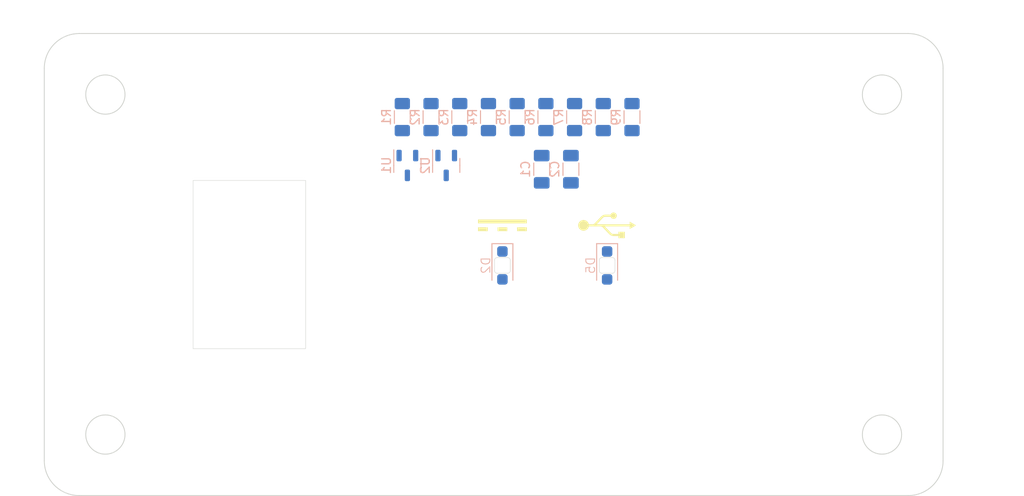
<source format=kicad_pcb>
(kicad_pcb (version 20221018) (generator pcbnew)
  (title_block (title "Front Plate PCB") (date "2023-05-15") (rev "1") (company "Author: Jona Heinke"))
  (layers (0 "F.Cu" signal) (31 "B.Cu" signal) (34 "B.Paste" user) (35 "F.Paste" user) (36 "B.SilkS" user "B.Silkscreen") (37 "F.SilkS" user "F.Silkscreen") (38 "B.Mask" user) (39 "F.Mask" user) (44 "Edge.Cuts" user))
  (net 0 "")
  (net 1 "/V_{high}")
  (net 2 "GND")
  (net 3 "/V_{low}")
  (net 4 "Net-(Q1-B)")
  (net 6 "Net-(Q1-C)")
  (net 9 "Net-(D2-K)")
  (net 10 "+25V")
  (net 11 "Net-(D5-K)")
  (net 12 "Net-(D1-RK)")
  (net 13 "Net-(U2-K)")
  (net 14 "Net-(D1-GK)")
  (footprint "library:Switch_E-Switch_PB-1973_Cutout" (layer "F.Cu") (at 73.5 56.5 90)
    (fp_text reference "SW1" hide)
    (fp_text value "SW_SPST")
    (fp_rect (start -9.65 -6.45) (end 9.65 6.45) (stroke (width 0.05)) (fill none) (layer "Edge.Cuts"))
  )
  (footprint "library:USB-logo" (layer "F.Cu") (at 114.5 52)
    (fp_text reference "G***" hide)
    (fp_text value "LOGO" hide)
    (fp_poly (pts (xy 0.757753 -1.47214) (xy 0.780344 -1.470923) (xy 0.799997 -1.468721) (xy 0.806653 -1.467566) (xy 0.85059 -1.456208) (xy 0.892119 -1.440089) (xy 0.930944 -1.419467) (xy 0.96677 -1.394605) (xy 0.999299 -1.365763) (xy 1.028234 -1.333202) (xy 1.05328 -1.297183) (xy 1.074139 -1.257967) (xy 1.089613 -1.218578) (xy 1.100697 -1.176511) (xy 1.106618 -1.133481) (xy 1.107442 -1.090074) (xy 1.103237 -1.046877) (xy 1.094067 -1.004479) (xy 1.079999 -0.963466) (xy 1.0611 -0.924425) (xy 1.055398 -0.914663) (xy 1.029813 -0.877378) (xy 1.00077 -0.844313) (xy 0.968127 -0.815337) (xy 0.931743 -0.790321) (xy 0.901101 -0.773682) (xy 0.859572 -0.756185) (xy 0.817613 -0.744075) (xy 0.774876 -0.73727) (xy 0.73966 -0.735591) (xy 0.695852 -0.738265) (xy 0.653111 -0.746121) (xy 0.61185 -0.758916) (xy 0.572481 -0.776401) (xy 0.535417 -0.79833) (xy 0.501069 -0.824459) (xy 0.46985 -0.85454) (xy 0.442172 -0.888328) (xy 0.418448 -0.925575) (xy 0.41696 -0.928279) (xy 0.410625 -0.940469) (xy 0.40453 -0.953139) (xy 0.399786 -0.96396) (xy 0.398974 -0.966016) (xy 0.392934 -0.981823) (xy 0.061797 -0.980968) (xy 0.012347 -0.980839) (xy -0.03194 -0.980717) (xy -0.071371 -0.980598) (xy -0.106251 -0.980474) (xy -0.136887 -0.98034) (xy -0.163584 -0.980191) (xy -0.186649 -0.98002) (xy -0.206387 -0.979822) (xy -0.223106 -0.97959) (xy -0.23711 -0.97932) (xy -0.248706 -0.979004) (xy -0.2582 -0.978638) (xy -0.265899 -0.978215) (xy -0.272107 -0.97773) (xy -0.277132 -0.977176) (xy -0.281279 -0.976549) (xy -0.284855 -0.975842) (xy -0.288165 -0.975049) (xy -0.291215 -0.974245) (xy -0.331084 -0.961737) (xy -0.36848 -0.946385) (xy -0.402704 -0.928553) (xy -0.433059 -0.908607) (xy -0.458846 -0.886914) (xy -0.459824 -0.885964) (xy -0.463602 -0.882122) (xy -0.470933 -0.874514) (xy -0.481617 -0.863351) (xy -0.495454 -0.848845) (xy -0.512243 -0.831207) (xy -0.531784 -0.810647) (xy -0.553876 -0.787378) (xy -0.57832 -0.761611) (xy -0.604914 -0.733557) (xy -0.633459 -0.703426) (xy -0.663753 -0.671432) (xy -0.695598 -0.637783) (xy -0.728791 -0.602693) (xy -0.763134 -0.566372) (xy -0.798425 -0.529031) (xy -0.817726 -0.508602) (xy -0.853377 -0.470865) (xy -0.888144 -0.434069) (xy -0.921829 -0.39842) (xy -0.954235 -0.364129) (xy -0.985165 -0.331403) (xy -1.014422 -0.300451) (xy -1.041809 -0.271482) (xy -1.067127 -0.244704) (xy -1.090181 -0.220325) (xy -1.110773 -0.198555) (xy -1.128706 -0.179602) (xy -1.143782 -0.163675) (xy -1.155805 -0.150981) (xy -1.164577 -0.14173) (xy -1.1699 -0.13613) (xy -1.171298 -0.13467) (xy -1.185183 -0.120315) (xy 0.699421 -0.120315) (xy 2.584024 -0.120315) (xy 2.584024 -0.271998) (xy 2.584024 -0.423681) (xy 2.616154 -0.405066) (xy 2.627632 -0.398422) (xy 2.642759 -0.389675) (xy 2.660443 -0.379455) (xy 2.679595 -0.368392) (xy 2.699125 -0.357115) (xy 2.712542 -0.349371) (xy 2.725665 -0.341797) (xy 2.74297 -0.331807) (xy 2.763904 -0.319721) (xy 2.787913 -0.305858) (xy 2.814444 -0.290538) (xy 2.842942 -0.27408) (xy 2.872856 -0.256804) (xy 2.903631 -0.23903) (xy 2.934714 -0.221078) (xy 2.95864 -0.207258) (xy 2.990476 -0.188869) (xy 3.023106 -0.170022) (xy 3.055889 -0.151088) (xy 3.088182 -0.132437) (xy 3.119342 -0.114441) (xy 3.148728 -0.09747) (xy 3.175696 -0.081896) (xy 3.199604 -0.06809) (xy 3.219811 -0.056422) (xy 3.230027 -0.050523) (xy 3.25397 -0.036642) (xy 3.273469 -0.025195) (xy 3.288861 -0.015969) (xy 3.300486 -0.008747) (xy 3.308682 -0.003313) (xy 3.313788 0.000549) (xy 3.316143 0.003053) (xy 3.316162 0.004352) (xy 3.313267 0.006223) (xy 3.306026 0.010587) (xy 3.294835 0.017214) (xy 3.280089 0.025872) (xy 3.262183 0.03633) (xy 3.241515 0.048357) (xy 3.218479 0.061724) (xy 3.193471 0.076198) (xy 3.166887 0.091548) (xy 3.151416 0.100466) (xy 3.119555 0.118825) (xy 3.085504 0.13845) (xy 3.050161 0.158827) (xy 3.014419 0.179437) (xy 2.979175 0.199766) (xy 2.945325 0.219295) (xy 2.913763 0.23751) (xy 2.885385 0.253892) (xy 2.867037 0.264489) (xy 2.839861 0.280187) (xy 2.811285 0.296694) (xy 2.782217 0.313484) (xy 2.753564 0.330034) (xy 2.726235 0.345818) (xy 2.701138 0.360313) (xy 2.679181 0.372994) (xy 2.665197 0.38107) (xy 2.64636 0.391928) (xy 2.629067 0.401857) (xy 2.613877 0.410541) (xy 2.60135 0.417659) (xy 2.592047 0.422894) (xy 2.586527 0.425927) (xy 2.585216 0.426569) (xy 2.584993 0.423916) (xy 2.584784 0.416289) (xy 2.584592 0.40418) (xy 2.584422 0.388082) (xy 2.584277 0.368489) (xy 2.584161 0.345895) (xy 2.584078 0.320794) (xy 2.584033 0.293677) (xy 2.584024 0.27609) (xy 2.583999 0.242144) (xy 2.583918 0.213313) (xy 2.583774 0.189243) (xy 2.583558 0.169579) (xy 2.583263 0.153969) (xy 2.582879 0.142058) (xy 2.582401 0.133491) (xy 2.581819 0.127917) (xy 2.581125 0.124979) (xy 2.580606 0.124314) (xy 2.577686 0.124235) (xy 2.569458 0.12416) (xy 2.556083 0.124089) (xy 2.537723 0.124022) (xy 2.514538 0.123959) (xy 2.486691 0.1239) (xy 2.454341 0.123845) (xy 2.417651 0.123795) (xy 2.376782 0.123749) (xy 2.331894 0.123707) (xy 2.283148 0.12367) (xy 2.230707 0.123638) (xy 2.17473 0.12361) (xy 2.11538 0.123586) (xy 2.052817 0.123568) (xy 1.987203 0.123554) (xy 1.918698 0.123545) (xy 1.847464 0.123541) (xy 1.773662 0.123542) (xy 1.697453 0.123549) (xy 1.618999 0.12356) (xy 1.538459 0.123577) (xy 1.455997 0.123598) (xy 1.371772 0.123626) (xy 1.285946 0.123658) (xy 1.19868 0.123697) (xy 1.157069 0.123716) (xy -0.263051 0.124416) (xy 0.104572 0.51284) (xy 0.152542 0.563503) (xy 0.196871 0.610277) (xy 0.23766 0.653266) (xy 0.275008 0.692573) (xy 0.309013 0.728301) (xy 0.339774 0.760552) (xy 0.367391 0.78943) (xy 0.391962 0.815038) (xy 0.413587 0.837478) (xy 0.432365 0.856854) (xy 0.448394 0.873268) (xy 0.461774 0.886825) (xy 0.472604 0.897625) (xy 0.480982 0.905774) (xy 0.487008 0.911372) (xy 0.490781 0.914525) (xy 0.490948 0.914646) (xy 0.51673 0.931139) (xy 0.545938 0.946593) (xy 0.576755 0.960191) (xy 0.607359 0.971117) (xy 0.631319 0.977578) (xy 0.638177 0.979031) (xy 0.645198 0.980329) (xy 0.652714 0.98148) (xy 0.661056 0.982495) (xy 0.670555 0.98338) (xy 0.681544 0.984145) (xy 0.694353 0.984799) (xy 0.709313 0.98535) (xy 0.726757 0.985806) (xy 0.747015 0.986177) (xy 0.770418 0.986471) (xy 0.797299 0.986696) (xy 0.827988 0.986862) (xy 0.862817 0.986977) (xy 0.902117 0.987049) (xy 0.946219 0.987088) (xy 0.995456 0.987102) (xy 0.996012 0.987102) (xy 1.29338 0.987124) (xy 1.29338 0.862698) (xy 1.29338 0.738272) (xy 1.661842 0.738966) (xy 2.030305 0.739659) (xy 2.030998 1.108122) (xy 2.031692 1.476585) (xy 1.662536 1.476585) (xy 1.29338 1.476585) (xy 1.29338 1.353642) (xy 1.29338 1.230699) (xy 0.971402 1.229722) (xy 0.922571 1.229572) (xy 0.878891 1.229428) (xy 0.840043 1.229286) (xy 0.805711 1.229139) (xy 0.775575 1.228981) (xy 0.749318 1.228806) (xy 0.726621 1.228609) (xy 0.707167 1.228384) (xy 0.690638 1.228124) (xy 0.676716 1.227823) (xy 0.665082 1.227476) (xy 0.655419 1.227077) (xy 0.647408 1.22662) (xy 0.640732 1.226098) (xy 0.635073 1.225506) (xy 0.630112 1.224838) (xy 0.625531 1.224088) (xy 0.621014 1.223249) (xy 0.620546 1.223159) (xy 0.563164 1.209349) (xy 0.506482 1.190395) (xy 0.451102 1.166621) (xy 0.397626 1.138349) (xy 0.346655 1.105904) (xy 0.298791 1.069609) (xy 0.254635 1.029789) (xy 0.247062 1.022206) (xy 0.24239 1.017375) (xy 0.234159 1.008778) (xy 0.222566 0.996622) (xy 0.207808 0.981114) (xy 0.190083 0.962464) (xy 0.169588 0.940878) (xy 0.146519 0.916566) (xy 0.121074 0.889734) (xy 0.093451 0.860592) (xy 0.063846 0.829346) (xy 0.032456 0.796205) (xy -0.000521 0.761376) (xy -0.034889 0.725069) (xy -0.070449 0.68749) (xy -0.107006 0.648848) (xy -0.144361 0.60935) (xy -0.151716 0.601571) (xy -0.195995 0.55475) (xy -0.236685 0.511739) (xy -0.273949 0.472369) (xy -0.307951 0.436472) (xy -0.338854 0.403878) (xy -0.366821 0.37442) (xy -0.392015 0.347928) (xy -0.414599 0.324233) (xy -0.434737 0.303168) (xy -0.452592 0.284562) (xy -0.468326 0.268247) (xy -0.482104 0.254055) (xy -0.494087 0.241817) (xy -0.504441 0.231364) (xy -0.513326 0.222526) (xy -0.520908 0.215137) (xy -0.527349 0.209026) (xy -0.532811 0.204025) (xy -0.537459 0.199965) (xy -0.541456 0.196677) (xy -0.544964 0.193993) (xy -0.54769 0.192057) (xy -0.587775 0.167822) (xy -0.630405 0.148421) (xy -0.675608 0.133844) (xy -0.688406 0.130699) (xy -0.71505 0.124572) (xy -1.406109 0.123758) (xy -2.097167 0.122945) (xy -2.098822 0.130516) (xy -2.113667 0.186021) (xy -2.133388 0.239527) (xy -2.157746 0.290724) (xy -2.186501 0.339302) (xy -2.219413 0.384952) (xy -2.256244 0.427362) (xy -2.296753 0.466222) (xy -2.3407 0.501223) (xy -2.387847 0.532054) (xy -2.424276 0.551814) (xy -2.475311 0.574778) (xy -2.526106 0.592597) (xy -2.577502 0.605487) (xy -2.630338 0.613663) (xy -2.678361 0.617119) (xy -2.735894 0.616583) (xy -2.792138 0.610893) (xy -2.846848 0.600262) (xy -2.899781 0.584901) (xy -2.950693 0.565026) (xy -2.999339 0.540847) (xy -3.045476 0.51258) (xy -3.08886 0.480437) (xy -3.129247 0.44463) (xy -3.166393 0.405374) (xy -3.200054 0.362881) (xy -3.229986 0.317364) (xy -3.255946 0.269037) (xy -3.277689 0.218112) (xy -3.294971 0.164803) (xy -3.307549 0.109323) (xy -3.314267 0.061524) (xy -3.315987 0.036191) (xy -3.316495 0.00738) (xy -3.315855 -0.023069) (xy -3.314132 -0.053316) (xy -3.311391 -0.081521) (xy -3.308545 -0.101174) (xy -3.296152 -0.157422) (xy -3.278962 -0.211388) (xy -3.257232 -0.26287) (xy -3.23122 -0.311662) (xy -3.201184 -0.35756) (xy -3.167383 -0.400361) (xy -3.130074 -0.43986) (xy -3.089515 -0.475852) (xy -3.045965 -0.508134) (xy -2.999681 -0.536501) (xy -2.950922 -0.56075) (xy -2.899945 -0.580675) (xy -2.847009 -0.596073) (xy -2.792372 -0.60674) (xy -2.736291 -0.612471) (xy -2.679025 -0.613062) (xy -2.662712 -0.612272) (xy -2.604766 -0.606059) (xy -2.548536 -0.594674) (xy -2.494162 -0.578181) (xy -2.441781 -0.556647) (xy -2.391534 -0.530134) (xy -2.343558 -0.498708) (xy -2.297992 -0.462433) (xy -2.257065 -0.42354) (xy -2.220327 -0.382108) (xy -2.188029 -0.338175) (xy -2.159993 -0.291405) (xy -2.136037 -0.241466) (xy -2.115984 -0.188024) (xy -2.099917 -0.131821) (xy -2.097025 -0.120085) (xy -1.864052 -0.121046) (xy -1.821971 -0.121215) (xy -1.784961 -0.121371) (xy -1.752623 -0.121539) (xy -1.724559 -0.121744) (xy -1.700371 -0.122012) (xy -1.679662 -0.122367) (xy -1.662031 -0.122835) (xy -1.647083 -0.123441) (xy -1.634418 -0.12421) (xy -1.623638 -0.125168) (xy -1.614345 -0.12634) (xy -1.606141 -0.127751) (xy -1.598628 -0.129426) (xy -1.591407 -0.131391) (xy -1.584081 -0.13367) (xy -1.576251 -0.13629) (xy -1.567519 -0.139275) (xy -1.565453 -0.139978) (xy -1.528401 -0.15487) (xy -1.49148 -0.174438) (xy -1.47206 -0.186593) (xy -1.469018 -0.188657) (xy -1.465793 -0.191005) (xy -1.462226 -0.193803) (xy -1.458158 -0.197214) (xy -1.453431 -0.201402) (xy -1.447885 -0.206533) (xy -1.441361 -0.212769) (xy -1.4337 -0.220276) (xy -1.424743 -0.229217) (xy -1.414332 -0.239757) (xy -1.402306 -0.252061) (xy -1.388509 -0.266291) (xy -1.372779 -0.282613) (xy -1.354959 -0.30119) (xy -1.334889 -0.322187) (xy -1.312411 -0.345769) (xy -1.287365 -0.372098) (xy -1.259592 -0.401341) (xy -1.228934 -0.43366) (xy -1.195231 -0.46922) (xy -1.158324 -0.508185) (xy -1.118056 -0.55072) (xy -1.074265 -0.596989) (xy -1.052327 -0.620172) (xy -1.005756 -0.66938) (xy -0.96277 -0.714781) (xy -0.923203 -0.756543) (xy -0.886889 -0.794836) (xy -0.853661 -0.829831) (xy -0.823351 -0.861698) (xy -0.795794 -0.890606) (xy -0.770823 -0.916725) (xy -0.748271 -0.940226) (xy -0.727971 -0.961279) (xy -0.709757 -0.980053) (xy -0.693462 -0.996718) (xy -0.678919 -1.011445) (xy -0.665961 -1.024403) (xy -0.654423 -1.035762) (xy -0.644137 -1.045693) (xy -0.634937 -1.054365) (xy -0.626655 -1.061948) (xy -0.619126 -1.068612) (xy -0.612182 -1.074528) (xy -0.605657 -1.079865) (xy -0.599384 -1.084793) (xy -0.593197 -1.089482) (xy -0.589267 -1.092392) (xy -0.549549 -1.11929) (xy -0.506584 -1.144235) (xy -0.461538 -1.166695) (xy -0.415583 -1.186138) (xy -0.369888 -1.202035) (xy -0.325621 -1.213854) (xy -0.318311 -1.215421) (xy -0.309168 -1.217239) (xy -0.300072 -1.218869) (xy -0.290693 -1.220324) (xy -0.280698 -1.221612) (xy -0.269757 -1.222743) (xy -0.257539 -1.223727) (xy -0.243712 -1.224575) (xy -0.227946 -1.225297) (xy -0.209909 -1.225902) (xy -0.18927 -1.2264) (xy -0.165697 -1.226802) (xy -0.138861 -1.227117) (xy -0.108429 -1.227355) (xy -0.074071 -1.227527) (xy -0.035454 -1.227642) (xy 0.007751 -1.22771) (xy 0.055876 -1.227741) (xy 0.090345 -1.227747) (xy 0.392607 -1.227754) (xy 0.402887 -1.252031) (xy 0.418135 -1.282613) (xy 0.437765 -1.313368) (xy 0.460856 -1.343137) (xy 0.486485 -1.370762) (xy 0.51373 -1.395084) (xy 0.521715 -1.40129) (xy 0.555611 -1.423573) (xy 0.593086 -1.442401) (xy 0.633164 -1.457341) (xy 0.6713 -1.467244) (xy 0.688999 -1.469925) (xy 0.710417 -1.471638) (xy 0.733889 -1.472377)) (fill solid) (layer "F.SilkS"))
  )
  (footprint "library:DC-logo" (layer "F.Cu") (at 102.5 52.168167)
    (fp_text reference "G***" hide)
    (fp_text value "LOGO" hide)
    (fp_poly (pts (xy -2.240171 0.055365) (xy -1.680299 0.056056) (xy -1.679599 0.279594) (xy -1.6789 0.503133) (xy -2.239471 0.503133) (xy -2.800043 0.503133) (xy -2.800043 0.278904) (xy -2.800043 0.054675)) (fill solid) (layer "F.SilkS"))
    (fp_poly (pts (xy 0.559888 0.279594) (xy 0.560588 0.503133) (xy 0 0.503133) (xy -0.560587 0.503133) (xy -0.559888 0.279594) (xy -0.559188 0.056056) (xy 0 0.056056) (xy 0.559189 0.056056)) (fill solid) (layer "F.SilkS"))
    (fp_poly (pts (xy 2.800043 -0.615244) (xy 2.800043 -0.391022) (xy 0 -0.391022) (xy -2.800043 -0.391022) (xy -2.800043 -0.615244) (xy -2.800043 -0.839466) (xy 0 -0.839466) (xy 2.800043 -0.839466)) (fill solid) (layer "F.SilkS"))
    (fp_poly (pts (xy 2.800043 0.278904) (xy 2.800043 0.503133) (xy 2.239472 0.503133) (xy 1.6789 0.503133) (xy 1.6796 0.279594) (xy 1.6803 0.056056) (xy 2.240171 0.055365) (xy 2.800043 0.054675)) (fill solid) (layer "F.SilkS"))
  )
  (footprint "Resistor_SMD:R_1206_3216Metric_Pad1.30x1.75mm_HandSolder" (layer "B.Cu") (at 94.32 39.5825 -90)
    (fp_text reference "R2" (at 0 1.82 90) (layer "B.SilkS") (effects (justify mirror)))
    (fp_text value "1k5")
    (fp_line (start -0.727064 -0.91) (end 0.727064 -0.91) (stroke (width 0.12)) (layer "B.SilkS"))
    (fp_line (start -0.727064 0.91) (end 0.727064 0.91) (stroke (width 0.12)) (layer "B.SilkS"))
    (pad "1" smd roundrect (at -1.55 0 270) (size 1.3 1.75) (layers "B.Cu" "B.Paste" "B.Mask") (roundrect_rratio 0.192308) (net 2 "GND"))
    (pad "2" smd roundrect (at 1.55 0 270) (size 1.3 1.75) (layers "B.Cu" "B.Paste" "B.Mask") (roundrect_rratio 0.192308) (net 1 "/V_{high}"))
  )
  (footprint "Resistor_SMD:R_1206_3216Metric_Pad1.30x1.75mm_HandSolder" (layer "B.Cu") (at 107.48 39.5825 -90)
    (fp_text reference "R6" (at 0 1.82 90) (layer "B.SilkS") (effects (justify mirror)))
    (fp_text value "10k")
    (fp_line (start -0.727064 -0.91) (end 0.727064 -0.91) (stroke (width 0.12)) (layer "B.SilkS"))
    (fp_line (start -0.727064 0.91) (end 0.727064 0.91) (stroke (width 0.12)) (layer "B.SilkS"))
    (pad "1" smd roundrect (at -1.55 0 270) (size 1.3 1.75) (layers "B.Cu" "B.Paste" "B.Mask") (roundrect_rratio 0.192308) (net 3 "/V_{low}"))
    (pad "2" smd roundrect (at 1.55 0 270) (size 1.3 1.75) (layers "B.Cu" "B.Paste" "B.Mask") (roundrect_rratio 0.192308))
  )
  (footprint "Package_TO_SOT_SMD:SOT-23-3" (layer "B.Cu") (at 91.61 45.1325 -90)
    (fp_text reference "U1" (at 0 2.4 90) (layer "B.SilkS") (effects (justify mirror)))
    (fp_text value "TL431")
    (fp_line (start 0 -1.56) (end -0.8 -1.56) (stroke (width 0.12)) (layer "B.SilkS"))
    (fp_line (start 0 -1.56) (end 0.8 -1.56) (stroke (width 0.12)) (layer "B.SilkS"))
    (fp_line (start 0 1.56) (end -1.8 1.56) (stroke (width 0.12)) (layer "B.SilkS"))
    (fp_line (start 0 1.56) (end 0.8 1.56) (stroke (width 0.12)) (layer "B.SilkS"))
    (pad "1" smd roundrect (at -1.1375 0.95 270) (size 1.325 0.6) (layers "B.Cu" "B.Paste" "B.Mask") (net 1 "/V_{high}"))
    (pad "2" smd roundrect (at -1.1375 -0.95 270) (size 1.325 0.6) (layers "B.Cu" "B.Paste" "B.Mask") (net 2 "GND"))
    (pad "3" smd roundrect (at 1.1375 0 270) (size 1.325 0.6) (layers "B.Cu" "B.Paste" "B.Mask") (net 4 "Net-(Q1-B)"))
  )
  (footprint "Resistor_SMD:R_1206_3216Metric_Pad1.30x1.75mm_HandSolder" (layer "B.Cu") (at 104.19 39.5825 -90)
    (fp_text reference "R5" (at 0 1.82 90) (layer "B.SilkS") (effects (justify mirror)))
    (fp_text value "1k5")
    (fp_line (start -0.727064 -0.91) (end 0.727064 -0.91) (stroke (width 0.12)) (layer "B.SilkS"))
    (fp_line (start -0.727064 0.91) (end 0.727064 0.91) (stroke (width 0.12)) (layer "B.SilkS"))
    (pad "1" smd roundrect (at -1.55 0 270) (size 1.3 1.75) (layers "B.Cu" "B.Paste" "B.Mask") (roundrect_rratio 0.192308) (net 13 "Net-(U2-K)"))
    (pad "2" smd roundrect (at 1.55 0 270) (size 1.3 1.75) (layers "B.Cu" "B.Paste" "B.Mask") (roundrect_rratio 0.192308) (net 14 "Net-(D1-GK)"))
  )
  (footprint "Package_TO_SOT_SMD:SOT-23-3" (layer "B.Cu") (at 96.06 45.1325 -90)
    (fp_text reference "U2" (at 0 2.4 90) (layer "B.SilkS") (effects (justify mirror)))
    (fp_text value "TL431")
    (fp_line (start 0 -1.56) (end -0.8 -1.56) (stroke (width 0.12)) (layer "B.SilkS"))
    (fp_line (start 0 -1.56) (end 0.8 -1.56) (stroke (width 0.12)) (layer "B.SilkS"))
    (fp_line (start 0 1.56) (end -1.8 1.56) (stroke (width 0.12)) (layer "B.SilkS"))
    (fp_line (start 0 1.56) (end 0.8 1.56) (stroke (width 0.12)) (layer "B.SilkS"))
    (pad "1" smd roundrect (at -1.1375 0.95 270) (size 1.325 0.6) (layers "B.Cu" "B.Paste" "B.Mask") (net 3 "/V_{low}"))
    (pad "2" smd roundrect (at -1.1375 -0.95 270) (size 1.325 0.6) (layers "B.Cu" "B.Paste" "B.Mask") (net 2 "GND"))
    (pad "3" smd roundrect (at 1.1375 0 270) (size 1.325 0.6) (layers "B.Cu" "B.Paste" "B.Mask") (net 13 "Net-(U2-K)"))
  )
  (footprint "Resistor_SMD:R_1206_3216Metric_Pad1.30x1.75mm_HandSolder" (layer "B.Cu") (at 117.35 39.5825 -90)
    (fp_text reference "R9" (at 0 1.82 90) (layer "B.SilkS") (effects (justify mirror)))
    (fp_text value "1k5")
    (fp_line (start -0.727064 -0.91) (end 0.727064 -0.91) (stroke (width 0.12)) (layer "B.SilkS"))
    (fp_line (start -0.727064 0.91) (end 0.727064 0.91) (stroke (width 0.12)) (layer "B.SilkS"))
    (pad "1" smd roundrect (at -1.55 0 270) (size 1.3 1.75) (layers "B.Cu" "B.Paste" "B.Mask") (roundrect_rratio 0.192308) (net 2 "GND"))
    (pad "2" smd roundrect (at 1.55 0 270) (size 1.3 1.75) (layers "B.Cu" "B.Paste" "B.Mask") (roundrect_rratio 0.192308) (net 11 "Net-(D5-K)"))
  )
  (footprint "Resistor_SMD:R_1206_3216Metric_Pad1.30x1.75mm_HandSolder" (layer "B.Cu") (at 100.9 39.5825 -90)
    (fp_text reference "R4" (at 0 1.82 90) (layer "B.SilkS") (effects (justify mirror)))
    (fp_text value "1k8")
    (fp_line (start -0.727064 -0.91) (end 0.727064 -0.91) (stroke (width 0.12)) (layer "B.SilkS"))
    (fp_line (start -0.727064 0.91) (end 0.727064 0.91) (stroke (width 0.12)) (layer "B.SilkS"))
    (pad "1" smd roundrect (at -1.55 0 270) (size 1.3 1.75) (layers "B.Cu" "B.Paste" "B.Mask") (roundrect_rratio 0.192308) (net 6 "Net-(Q1-C)"))
    (pad "2" smd roundrect (at 1.55 0 270) (size 1.3 1.75) (layers "B.Cu" "B.Paste" "B.Mask") (roundrect_rratio 0.192308) (net 12 "Net-(D1-RK)"))
  )
  (footprint "Capacitor_SMD:C_1206_3216Metric_Pad1.33x1.80mm_HandSolder" (layer "B.Cu") (at 107 45.5625 -90)
    (fp_text reference "C1" (at 0 1.85 90) (layer "B.SilkS") (effects (justify mirror)))
    (fp_text value "10u")
    (fp_line (start -0.711252 -0.91) (end 0.711252 -0.91) (stroke (width 0.12)) (layer "B.SilkS"))
    (fp_line (start -0.711252 0.91) (end 0.711252 0.91) (stroke (width 0.12)) (layer "B.SilkS"))
    (pad "1" smd roundrect (at -1.5625 0 270) (size 1.325 1.8) (layers "B.Cu" "B.Paste" "B.Mask") (roundrect_rratio 0.188679) (net 1 "/V_{high}"))
    (pad "2" smd roundrect (at 1.5625 0 270) (size 1.325 1.8) (layers "B.Cu" "B.Paste" "B.Mask") (roundrect_rratio 0.188679) (net 2 "GND"))
  )
  (footprint "Resistor_SMD:R_1206_3216Metric_Pad1.30x1.75mm_HandSolder" (layer "B.Cu") (at 97.61 39.5825 -90)
    (fp_text reference "R3" (at 0 1.82 90) (layer "B.SilkS") (effects (justify mirror)))
    (fp_text value "100k")
    (fp_line (start -0.727064 -0.91) (end 0.727064 -0.91) (stroke (width 0.12)) (layer "B.SilkS"))
    (fp_line (start -0.727064 0.91) (end 0.727064 0.91) (stroke (width 0.12)) (layer "B.SilkS"))
    (pad "1" smd roundrect (at -1.55 0 270) (size 1.3 1.75) (layers "B.Cu" "B.Paste" "B.Mask") (roundrect_rratio 0.192308) (net 4 "Net-(Q1-B)"))
    (pad "2" smd roundrect (at 1.55 0 270) (size 1.3 1.75) (layers "B.Cu" "B.Paste" "B.Mask") (roundrect_rratio 0.192308))
  )
  (footprint "Resistor_SMD:R_1206_3216Metric_Pad1.30x1.75mm_HandSolder" (layer "B.Cu") (at 91.03 39.5825 -90)
    (fp_text reference "R1" (at 0 1.82 90) (layer "B.SilkS") (effects (justify mirror)))
    (fp_text value "10k")
    (fp_line (start -0.727064 -0.91) (end 0.727064 -0.91) (stroke (width 0.12)) (layer "B.SilkS"))
    (fp_line (start -0.727064 0.91) (end 0.727064 0.91) (stroke (width 0.12)) (layer "B.SilkS"))
    (pad "1" smd roundrect (at -1.55 0 270) (size 1.3 1.75) (layers "B.Cu" "B.Paste" "B.Mask") (roundrect_rratio 0.192308) (net 1 "/V_{high}"))
    (pad "2" smd roundrect (at 1.55 0 270) (size 1.3 1.75) (layers "B.Cu" "B.Paste" "B.Mask") (roundrect_rratio 0.192308))
  )
  (footprint "library:LED_Harvatek_B2601" (layer "B.Cu") (at 114.5 56.6 -90)
    (fp_text reference "D5" (at 0 1.9 90 unlocked) (layer "B.SilkS") (effects (font (thickness 0.1)) (justify mirror)))
    (fp_text value "BLUE")
    (fp_line (start -2.5 1.2) (end -2.5 -1.2) (stroke (width 0.12)) (layer "B.SilkS"))
    (fp_line (start -2.49625 -1.2) (end 1.7 -1.2) (stroke (width 0.12)) (layer "B.SilkS"))
    (fp_line (start 1.7 1.2) (end -2.5 1.2) (stroke (width 0.12)) (layer "B.SilkS"))
    (fp_line (start -0.9 0.6) (end -0.9 -0.6) (stroke (width 0.05)) (layer "Edge.Cuts"))
    (fp_line (start 0.6 -0.9) (end -0.6 -0.9) (stroke (width 0.05)) (layer "Edge.Cuts"))
    (fp_line (start 0.6 0.9) (end -0.6 0.9) (stroke (width 0.05)) (layer "Edge.Cuts"))
    (fp_line (start 0.9 0.6) (end 0.9 -0.6) (stroke (width 0.05)) (layer "Edge.Cuts"))
    (fp_arc (start -0.9 -0.6) (mid -0.812132 -0.812132) (end -0.6 -0.9) (stroke (width 0.05)) (layer "Edge.Cuts"))
    (fp_arc (start -0.6 0.9) (mid -0.812132 0.812132) (end -0.9 0.6) (stroke (width 0.05)) (layer "Edge.Cuts"))
    (fp_arc (start 0.6 -0.9) (mid 0.812132 -0.812132) (end 0.9 -0.6) (stroke (width 0.05)) (layer "Edge.Cuts"))
    (fp_arc (start 0.9 0.6) (mid 0.812132 0.812132) (end 0.6 0.9) (stroke (width 0.05)) (layer "Edge.Cuts"))
    (pad "1" smd roundrect (at -1.6 0 180) (size 1.2 1.2) (layers "B.Cu" "B.Paste" "B.Mask") (net 11 "Net-(D5-K)"))
    (pad "2" smd roundrect (at 1.6 0 180) (size 1.2 1.2) (layers "B.Cu" "B.Paste" "B.Mask") (net 10 "+25V"))
  )
  (footprint "Resistor_SMD:R_1206_3216Metric_Pad1.30x1.75mm_HandSolder" (layer "B.Cu") (at 114.06 39.5825 -90)
    (fp_text reference "R8" (at 0 1.82 90) (layer "B.SilkS") (effects (justify mirror)))
    (fp_text value "1k5")
    (fp_line (start -0.727064 -0.91) (end 0.727064 -0.91) (stroke (width 0.12)) (layer "B.SilkS"))
    (fp_line (start -0.727064 0.91) (end 0.727064 0.91) (stroke (width 0.12)) (layer "B.SilkS"))
    (pad "1" smd roundrect (at -1.55 0 270) (size 1.3 1.75) (layers "B.Cu" "B.Paste" "B.Mask") (roundrect_rratio 0.192308) (net 2 "GND"))
    (pad "2" smd roundrect (at 1.55 0 270) (size 1.3 1.75) (layers "B.Cu" "B.Paste" "B.Mask") (roundrect_rratio 0.192308) (net 9 "Net-(D2-K)"))
  )
  (footprint "library:LED_Harvatek_B2601" (layer "B.Cu") (at 102.5 56.6 -90)
    (fp_text reference "D2" (at 0 1.9 90 unlocked) (layer "B.SilkS") (effects (font (thickness 0.1)) (justify mirror)))
    (fp_text value "RED")
    (fp_line (start -2.5 1.2) (end -2.5 -1.2) (stroke (width 0.12)) (layer "B.SilkS"))
    (fp_line (start -2.49625 -1.2) (end 1.7 -1.2) (stroke (width 0.12)) (layer "B.SilkS"))
    (fp_line (start 1.7 1.2) (end -2.5 1.2) (stroke (width 0.12)) (layer "B.SilkS"))
    (fp_line (start -0.9 0.6) (end -0.9 -0.6) (stroke (width 0.05)) (layer "Edge.Cuts"))
    (fp_line (start 0.6 -0.9) (end -0.6 -0.9) (stroke (width 0.05)) (layer "Edge.Cuts"))
    (fp_line (start 0.6 0.9) (end -0.6 0.9) (stroke (width 0.05)) (layer "Edge.Cuts"))
    (fp_line (start 0.9 0.6) (end 0.9 -0.6) (stroke (width 0.05)) (layer "Edge.Cuts"))
    (fp_arc (start -0.9 -0.6) (mid -0.812132 -0.812132) (end -0.6 -0.9) (stroke (width 0.05)) (layer "Edge.Cuts"))
    (fp_arc (start -0.6 0.9) (mid -0.812132 0.812132) (end -0.9 0.6) (stroke (width 0.05)) (layer "Edge.Cuts"))
    (fp_arc (start 0.6 -0.9) (mid 0.812132 -0.812132) (end 0.9 -0.6) (stroke (width 0.05)) (layer "Edge.Cuts"))
    (fp_arc (start 0.9 0.6) (mid 0.812132 0.812132) (end 0.6 0.9) (stroke (width 0.05)) (layer "Edge.Cuts"))
    (pad "1" smd roundrect (at -1.6 0 180) (size 1.2 1.2) (layers "B.Cu" "B.Paste" "B.Mask") (net 9 "Net-(D2-K)"))
    (pad "2" smd roundrect (at 1.6 0 180) (size 1.2 1.2) (layers "B.Cu" "B.Paste" "B.Mask") (net 10 "+25V"))
  )
  (footprint "Resistor_SMD:R_1206_3216Metric_Pad1.30x1.75mm_HandSolder" (layer "B.Cu") (at 110.77 39.5825 -90)
    (fp_text reference "R7" (at 0 1.82 90) (layer "B.SilkS") (effects (justify mirror)))
    (fp_text value "1k8")
    (fp_line (start -0.727064 -0.91) (end 0.727064 -0.91) (stroke (width 0.12)) (layer "B.SilkS"))
    (fp_line (start -0.727064 0.91) (end 0.727064 0.91) (stroke (width 0.12)) (layer "B.SilkS"))
    (pad "1" smd roundrect (at -1.55 0 270) (size 1.3 1.75) (layers "B.Cu" "B.Paste" "B.Mask") (roundrect_rratio 0.192308) (net 2 "GND"))
    (pad "2" smd roundrect (at 1.55 0 270) (size 1.3 1.75) (layers "B.Cu" "B.Paste" "B.Mask") (roundrect_rratio 0.192308) (net 3 "/V_{low}"))
  )
  (footprint "Capacitor_SMD:C_1206_3216Metric_Pad1.33x1.80mm_HandSolder" (layer "B.Cu") (at 110.35 45.5625 -90)
    (fp_text reference "C2" (at 0 1.85 90) (layer "B.SilkS") (effects (justify mirror)))
    (fp_text value "10u")
    (fp_line (start -0.711252 -0.91) (end 0.711252 -0.91) (stroke (width 0.12)) (layer "B.SilkS"))
    (fp_line (start -0.711252 0.91) (end 0.711252 0.91) (stroke (width 0.12)) (layer "B.SilkS"))
    (pad "1" smd roundrect (at -1.5625 0 270) (size 1.325 1.8) (layers "B.Cu" "B.Paste" "B.Mask") (roundrect_rratio 0.188679) (net 3 "/V_{low}"))
    (pad "2" smd roundrect (at 1.5625 0 270) (size 1.325 1.8) (layers "B.Cu" "B.Paste" "B.Mask") (roundrect_rratio 0.188679) (net 2 "GND"))
  )
  (gr_line locked (start 50 79) (end 50 34) (stroke (width 0.1)) (layer "Edge.Cuts"))
  (gr_circle locked (center 57 37) (end 59.25 37) (stroke (width 0.1)) (fill none) (layer "Edge.Cuts"))
  (gr_arc locked (start 54 83) (mid 51.171573 81.828427) (end 50 79) (stroke (width 0.1)) (layer "Edge.Cuts"))
  (gr_circle locked (center 146 76) (end 148.25 76) (stroke (width 0.1)) (fill none) (layer "Edge.Cuts"))
  (gr_line locked (start 54 30) (end 149 30) (stroke (width 0.1)) (layer "Edge.Cuts"))
  (gr_line locked (start 149 83) (end 54 83) (stroke (width 0.1)) (layer "Edge.Cuts"))
  (gr_arc locked (start 149 30) (mid 151.828427 31.171573) (end 153 34) (stroke (width 0.1)) (layer "Edge.Cuts"))
  (gr_line locked (start 153 34) (end 153 79) (stroke (width 0.1)) (layer "Edge.Cuts"))
  (gr_circle locked (center 57 76) (end 59.25 76) (stroke (width 0.1)) (fill none) (layer "Edge.Cuts"))
  (gr_arc locked (start 50 34) (mid 51.171573 31.171573) (end 54 30) (stroke (width 0.1)) (layer "Edge.Cuts"))
  (gr_arc locked (start 153 79) (mid 151.828427 81.828427) (end 149 83) (stroke (width 0.1)) (layer "Edge.Cuts"))
  (gr_circle locked (center 146 37) (end 148.25 37) (stroke (width 0.1)) (fill none) (layer "Edge.Cuts"))
)
</source>
